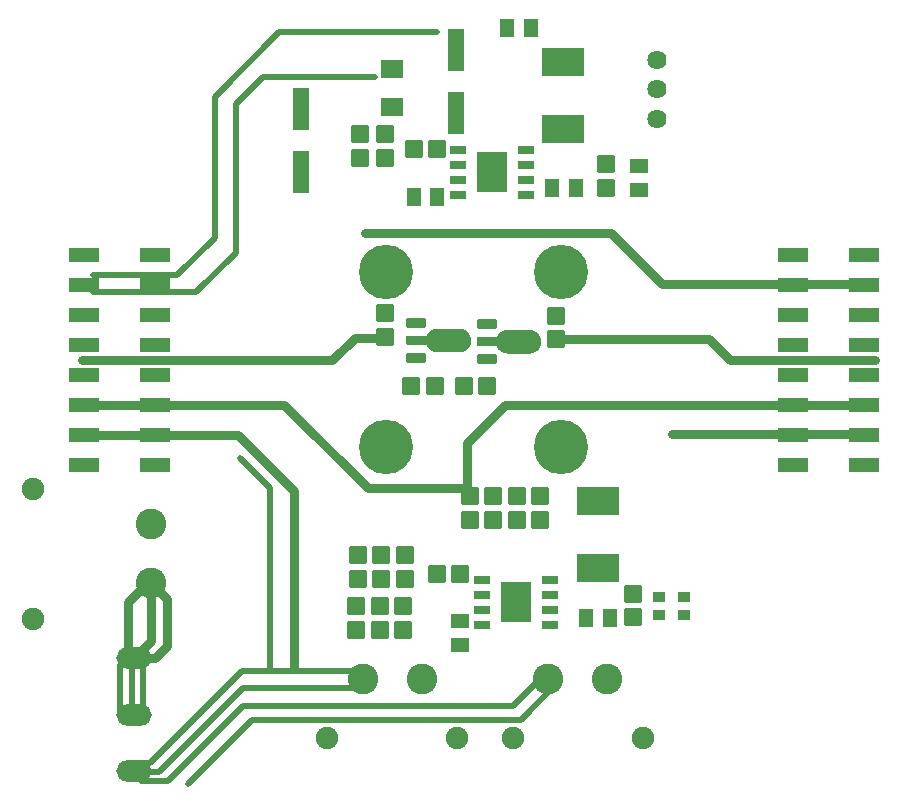
<source format=gts>
G04 Layer: TopSolderMaskLayer*
G04 EasyEDA Pro v2.1.21.9b64d12f.b3811b, 2024-07-11 20:19:00*
G04 Gerber Generator version 0.3*
G04 Scale: 100 percent, Rotated: No, Reflected: No*
G04 Dimensions in millimeters*
G04 Leading zeros omitted, absolute positions, 3 integers and 3 decimals*
%FSLAX33Y33*%
%MOMM*%
%AMRoundRect*1,1,$1,$2,$3*1,1,$1,$4,$5*1,1,$1,0-$2,0-$3*1,1,$1,0-$4,0-$5*20,1,$1,$2,$3,$4,$5,0*20,1,$1,$4,$5,0-$2,0-$3,0*20,1,$1,0-$2,0-$3,0-$4,0-$5,0*20,1,$1,0-$4,0-$5,$2,$3,0*4,1,4,$2,$3,$4,$5,0-$2,0-$3,0-$4,0-$5,$2,$3,0*%
%ADD10C,0.762*%
%ADD11C,0.508*%
%ADD12RoundRect,0.094X-0.604X-1.754X-0.604X1.754*%
%ADD13RoundRect,0.095X0.678X0.708X0.678X-0.708*%
%ADD14RoundRect,0.094X-0.57X0.692X0.57X0.692*%
%ADD15RoundRect,0.095X-0.708X0.678X0.708X0.678*%
%ADD16RoundRect,0.1079X-1.752X-1.177X-1.752X1.177*%
%ADD17RoundRect,0.098X-1.752X-1.177X-1.752X1.177*%
%ADD18RoundRect,0.095X-0.867X-0.746X-0.867X0.746*%
%ADD19RoundRect,0.094X0.604X1.754X0.604X-1.754*%
%ADD20RoundRect,0.094X0.57X-0.692X-0.57X-0.692*%
%ADD21C,1.626*%
%ADD22RoundRect,0.089X0.606X0.306X0.606X-0.306*%
%ADD23RoundRect,0.098X-1.202X-1.652X-1.202X1.652*%
%ADD24RoundRect,0.095X0.708X-0.678X-0.708X-0.678*%
%ADD25RoundRect,0.09X0.793X-0.342X-0.793X-0.342*%
%ADD26C,2.602*%
%ADD27C,1.902*%
%ADD28RoundRect,0.095X-0.678X-0.708X-0.678X0.708*%
%ADD29RoundRect,0.091X-0.437X-0.408X-0.437X0.408*%
%ADD30RoundRect,0.091X0.437X0.408X0.437X-0.408*%
%ADD31RoundRect,0.094X0.692X0.57X0.692X-0.57*%
%ADD32RoundRect,0.094X-0.692X-0.57X-0.692X0.57*%
%ADD33RoundRect,0.093X-1.254X-0.514X-1.254X0.514*%
%ADD34RoundRect,0.093X1.254X0.514X1.254X-0.514*%
%ADD35C,4.602*%
%ADD36O,3.0X1.8*%
G75*


G04 PolygonModel Start*
G54D10*
G01X47418Y-74714D02*
G01X47418Y-79608D01*
G01X45974Y-81052D01*
G01X46736Y-75057D02*
G01X45466Y-76327D01*
G01Y-81026D01*
G01X47418Y-74714D02*
G01X48768Y-76064D01*
G01Y-80010D01*
G01X47752Y-81026D01*
G01X46355D01*
G01X46228Y-81153D01*
G54D11*
G01X44831Y-81661D02*
G01X44831Y-85852D01*
G01X45847Y-81661D02*
G01X45847Y-85852D01*
G01X46736Y-81661D02*
G01X46736Y-85852D01*
G01X45720Y-89916D02*
G01X47371Y-89916D01*
G01X55118Y-82169D01*
G01X64389D01*
G01X47371Y-90678D02*
G01X48133Y-90678D01*
G01X55245Y-83566D01*
G01X64516D01*
G01X49657Y-48641D02*
G01X52832Y-45466D01*
G01Y-33528D01*
G01X58293Y-28067D01*
G01X71628D01*
G01X49657Y-48641D02*
G01X42558Y-48641D01*
G01X42558Y-50088D02*
G01X51258Y-50088D01*
G01X54610Y-46736D01*
G01Y-34163D01*
G01X56896Y-31877D01*
G01X66421D01*
G54D10*
G01X41602Y-55813D02*
G01X62796Y-55813D01*
G01X64677Y-53932D01*
G01X67232D01*
G01X81733Y-54058D02*
G01X94698Y-54058D01*
G01X96427Y-55787D01*
G01X108752D01*
G01X41769Y-59597D02*
G01X58708Y-59597D01*
G01X65786Y-66675D01*
G01X74168D01*
G01Y-62865D01*
G01X77436Y-59597D01*
G01X107769D01*
G01X91567Y-62103D02*
G01X108585Y-62103D01*
G01X41769Y-62137D02*
G01X54771Y-62137D01*
G01X59563Y-66929D01*
G01Y-81788D01*
G54D11*
G01X54991Y-64135D02*
G01X57506Y-66650D01*
G01Y-82169D01*
G54D10*
G01X65532Y-45085D02*
G01X86360Y-45085D01*
G01X90678Y-49403D01*
G01X108268D01*
G54D11*
G01X50546Y-91694D02*
G01X55987Y-86253D01*
G01X78730D01*
G01X81788Y-83194D01*
G01Y-83185D01*
G01X46609Y-91440D02*
G01X48895Y-91440D01*
G01X55235Y-85100D01*
G01X78095D01*
G01X80010Y-83185D01*
G04 PolygonModel End*

G04 Pad Start*
G54D12*
G01X60119Y-39934D03*
G01X60119Y-34594D03*
G54D13*
G01X65166Y-38690D03*
G01X65166Y-36690D03*
G01X67212Y-38690D03*
G01X67212Y-36690D03*
G54D14*
G01X71680Y-42037D03*
G01X69680Y-42037D03*
G54D15*
G01X71680Y-37973D03*
G01X69680Y-37973D03*
G54D17*
G01X82347Y-36276D03*
G01X82347Y-30576D03*
G54D18*
G01X67818Y-31173D03*
G01X67818Y-34359D03*
G54D14*
G01X83420Y-41246D03*
G01X81420Y-41246D03*
G54D19*
G01X73279Y-29588D03*
G01X73279Y-34928D03*
G54D20*
G01X77569Y-27686D03*
G01X79569Y-27686D03*
G54D21*
G01X90297Y-32893D03*
G01X90297Y-30393D03*
G01X90297Y-35393D03*
G54D22*
G01X73392Y-38025D03*
G01X73392Y-39295D03*
G01X73392Y-40565D03*
G01X73392Y-41835D03*
G01X79208Y-41835D03*
G01X79208Y-40565D03*
G01X79208Y-39295D03*
G01X79208Y-38025D03*
G54D23*
G01X76300Y-39930D03*
G54D13*
G01X67212Y-53832D03*
G01X67212Y-51832D03*
G54D15*
G01X71439Y-57999D03*
G01X69439Y-57999D03*
G54D13*
G01X81733Y-54058D03*
G01X81733Y-52058D03*
G54D24*
G01X73912Y-57999D03*
G01X75912Y-57999D03*
G54D25*
G01X75842Y-52763D03*
G01X75842Y-55763D03*
G36*
G01X77626Y-55263D02*
G01X77581Y-55262D01*
G01X77579D01*
G01X77534Y-55259D01*
G01X77532Y-55258D01*
G01X77488Y-55253D01*
G01X77486D01*
G01X77442Y-55246D01*
G01X77439Y-55245D01*
G01X77396Y-55236D01*
G01X77393Y-55235D01*
G01X77350Y-55224D01*
G01X77348Y-55223D01*
G01X77306Y-55210D01*
G01X77303Y-55209D01*
G01X77262Y-55194D01*
G01X77259Y-55193D01*
G01X77218Y-55176D01*
G01X77216Y-55175D01*
G01X77176Y-55155D01*
G01X77174Y-55154D01*
G01X77135Y-55133D01*
G01X77133Y-55132D01*
G01X77094Y-55109D01*
G01X77092Y-55108D01*
G01X77055Y-55083D01*
G01X77053Y-55082D01*
G01X77018Y-55056D01*
G01X77016Y-55054D01*
G01X76981Y-55026D01*
G01X76979Y-55025D01*
G01X76946Y-54995D01*
G01X76944Y-54994D01*
G01X76912Y-54962D01*
G01X76911Y-54961D01*
G01X76880Y-54928D01*
G01X76879Y-54926D01*
G01X76850Y-54892D01*
G01X76849Y-54891D01*
G01X76821Y-54855D01*
G01X76820Y-54853D01*
G01X76794Y-54817D01*
G01X76793Y-54815D01*
G01X76769Y-54777D01*
G01X76768Y-54775D01*
G01X76746Y-54737D01*
G01X76745Y-54734D01*
G01X76725Y-54695D01*
G01X76721Y-54683D01*
G01X76712Y-54643D01*
G01X75054D01*
G02X75004Y-54593I0J50D01*
G01Y-53933D01*
G02X75054Y-53883I50J0D01*
G01X76712D01*
G01X76721Y-53842D01*
G01X76725Y-53831D01*
G01X76745Y-53791D01*
G01X76746Y-53789D01*
G01X76768Y-53750D01*
G01X76769Y-53748D01*
G01X76793Y-53711D01*
G01X76794Y-53709D01*
G01X76820Y-53672D01*
G01X76821Y-53670D01*
G01X76849Y-53635D01*
G01X76850Y-53633D01*
G01X76879Y-53599D01*
G01X76880Y-53597D01*
G01X76911Y-53565D01*
G01X76912Y-53563D01*
G01X76944Y-53532D01*
G01X76946Y-53531D01*
G01X76979Y-53501D01*
G01X76981Y-53499D01*
G01X77016Y-53471D01*
G01X77018Y-53470D01*
G01X77053Y-53444D01*
G01X77055Y-53442D01*
G01X77092Y-53418D01*
G01X77094Y-53416D01*
G01X77133Y-53393D01*
G01X77135Y-53392D01*
G01X77174Y-53371D01*
G01X77176Y-53370D01*
G01X77216Y-53351D01*
G01X77218Y-53350D01*
G01X77259Y-53333D01*
G01X77262Y-53332D01*
G01X77303Y-53317D01*
G01X77306Y-53316D01*
G01X77348Y-53302D01*
G01X77350D01*
G01X77393Y-53290D01*
G01X77396D01*
G01X77439Y-53281D01*
G01X77442Y-53280D01*
G01X77486Y-53273D01*
G01X77488D01*
G01X77532Y-53267D01*
G01X77534D01*
G01X77579Y-53264D01*
G01X77581D01*
G01X77626Y-53263D01*
G01X77627D01*
G01X79481D01*
G01X79482D01*
G01X79527Y-53264D01*
G01X79529D01*
G01X79574Y-53267D01*
G01X79576D01*
G01X79620Y-53273D01*
G01X79622D01*
G01X79666Y-53280D01*
G01X79669Y-53281D01*
G01X79712Y-53290D01*
G01X79715D01*
G01X79758Y-53302D01*
G01X79760D01*
G01X79802Y-53316D01*
G01X79805Y-53317D01*
G01X79846Y-53332D01*
G01X79849Y-53333D01*
G01X79890Y-53350D01*
G01X79892Y-53351D01*
G01X79932Y-53370D01*
G01X79934Y-53371D01*
G01X79973Y-53392D01*
G01X79975Y-53393D01*
G01X80014Y-53416D01*
G01X80016Y-53418D01*
G01X80053Y-53442D01*
G01X80055Y-53444D01*
G01X80091Y-53470D01*
G01X80092Y-53471D01*
G01X80127Y-53499D01*
G01X80129Y-53501D01*
G01X80162Y-53531D01*
G01X80164Y-53532D01*
G01X80196Y-53563D01*
G01X80197Y-53565D01*
G01X80228Y-53597D01*
G01X80229Y-53599D01*
G01X80258Y-53633D01*
G01X80260Y-53635D01*
G01X80287Y-53670D01*
G01X80288Y-53672D01*
G01X80314Y-53709D01*
G01X80315Y-53711D01*
G01X80339Y-53748D01*
G01X80340Y-53750D01*
G01X80362Y-53789D01*
G01X80363Y-53791D01*
G01X80383Y-53831D01*
G01X80384Y-53833D01*
G01X80402Y-53874D01*
G01X80403Y-53876D01*
G01X80420Y-53917D01*
G01Y-53919D01*
G01X80435Y-53962D01*
G01Y-53964D01*
G01X80448Y-54007D01*
G01Y-54009D01*
G01X80459Y-54052D01*
G01Y-54055D01*
G01X80467Y-54098D01*
G01X80468Y-54101D01*
G01X80474Y-54145D01*
G01Y-54147D01*
G01X80479Y-54191D01*
G01Y-54194D01*
G01X80481Y-54238D01*
G01Y-54241D01*
G01Y-54285D01*
G01Y-54287D01*
G01X80479Y-54332D01*
G01Y-54334D01*
G01X80474Y-54379D01*
G01Y-54381D01*
G01X80468Y-54425D01*
G01X80467Y-54427D01*
G01X80459Y-54471D01*
G01Y-54473D01*
G01X80448Y-54517D01*
G01Y-54519D01*
G01X80435Y-54562D01*
G01Y-54564D01*
G01X80420Y-54606D01*
G01Y-54608D01*
G01X80403Y-54650D01*
G01X80402Y-54652D01*
G01X80384Y-54693D01*
G01X80383Y-54695D01*
G01X80363Y-54734D01*
G01X80362Y-54737D01*
G01X80340Y-54775D01*
G01X80339Y-54777D01*
G01X80315Y-54815D01*
G01X80314Y-54817D01*
G01X80288Y-54853D01*
G01X80287Y-54855D01*
G01X80260Y-54891D01*
G01X80258Y-54892D01*
G01X80229Y-54926D01*
G01X80228Y-54928D01*
G01X80197Y-54961D01*
G01X80196Y-54962D01*
G01X80164Y-54994D01*
G01X80162Y-54995D01*
G01X80129Y-55025D01*
G01X80127Y-55026D01*
G01X80092Y-55054D01*
G01X80091Y-55056D01*
G01X80055Y-55082D01*
G01X80053Y-55083D01*
G01X80016Y-55108D01*
G01X80014Y-55109D01*
G01X79975Y-55132D01*
G01X79973Y-55133D01*
G01X79934Y-55154D01*
G01X79932Y-55155D01*
G01X79892Y-55175D01*
G01X79890Y-55176D01*
G01X79849Y-55193D01*
G01X79846Y-55194D01*
G01X79805Y-55209D01*
G01X79802Y-55210D01*
G01X79760Y-55223D01*
G01X79758Y-55224D01*
G01X79715Y-55235D01*
G01X79712Y-55236D01*
G01X79669Y-55245D01*
G01X79666Y-55246D01*
G01X79622Y-55253D01*
G01X79620D01*
G01X79576Y-55258D01*
G01X79574Y-55259D01*
G01X79529Y-55262D01*
G01X79527D01*
G01X79482Y-55263D01*
G01X79481D01*
G01X77627D01*
G01X77626D01*
G37*
G01X69895Y-52658D03*
G01X69895Y-55658D03*
G36*
G01X71679Y-55158D02*
G01X71634Y-55157D01*
G01X71632D01*
G01X71588Y-55154D01*
G01X71585D01*
G01X71541Y-55148D01*
G01X71539D01*
G01X71495Y-55141D01*
G01X71492Y-55140D01*
G01X71449Y-55131D01*
G01X71447Y-55130D01*
G01X71403Y-55119D01*
G01X71401Y-55118D01*
G01X71359Y-55105D01*
G01X71357Y-55104D01*
G01X71315Y-55089D01*
G01X71313Y-55088D01*
G01X71271Y-55071D01*
G01X71269Y-55070D01*
G01X71229Y-55051D01*
G01X71227Y-55050D01*
G01X71188Y-55029D01*
G01X71186Y-55027D01*
G01X71148Y-55005D01*
G01X71146Y-55003D01*
G01X71108Y-54979D01*
G01X71107Y-54977D01*
G01X71071Y-54951D01*
G01X71069Y-54950D01*
G01X71034Y-54922D01*
G01X71032Y-54920D01*
G01X70999Y-54890D01*
G01X70997Y-54889D01*
G01X70965Y-54858D01*
G01X70964Y-54856D01*
G01X70933Y-54823D01*
G01X70932Y-54822D01*
G01X70903Y-54788D01*
G01X70902Y-54786D01*
G01X70874Y-54751D01*
G01X70873Y-54749D01*
G01X70848Y-54712D01*
G01X70846Y-54710D01*
G01X70823Y-54673D01*
G01X70821Y-54671D01*
G01X70799Y-54632D01*
G01X70798Y-54630D01*
G01X70778Y-54590D01*
G01X70774Y-54579D01*
G01X70765Y-54538D01*
G01X69107D01*
G02X69057Y-54488I0J50D01*
G01Y-53828D01*
G02X69107Y-53778I50J0D01*
G01X70765D01*
G01X70774Y-53738D01*
G01X70778Y-53726D01*
G01X70798Y-53686D01*
G01X70799Y-53684D01*
G01X70821Y-53646D01*
G01X70823Y-53644D01*
G01X70846Y-53606D01*
G01X70848Y-53604D01*
G01X70873Y-53568D01*
G01X70874Y-53566D01*
G01X70902Y-53530D01*
G01X70903Y-53529D01*
G01X70932Y-53495D01*
G01X70933Y-53493D01*
G01X70964Y-53460D01*
G01X70965Y-53459D01*
G01X70997Y-53427D01*
G01X70999Y-53426D01*
G01X71032Y-53396D01*
G01X71034Y-53395D01*
G01X71069Y-53367D01*
G01X71071Y-53365D01*
G01X71107Y-53339D01*
G01X71108Y-53338D01*
G01X71146Y-53313D01*
G01X71148Y-53312D01*
G01X71186Y-53289D01*
G01X71188Y-53288D01*
G01X71227Y-53267D01*
G01X71229Y-53266D01*
G01X71269Y-53246D01*
G01X71271Y-53245D01*
G01X71313Y-53228D01*
G01X71315Y-53227D01*
G01X71357Y-53212D01*
G01X71359Y-53211D01*
G01X71401Y-53198D01*
G01X71403Y-53197D01*
G01X71447Y-53186D01*
G01X71449Y-53185D01*
G01X71492Y-53176D01*
G01X71495Y-53175D01*
G01X71539Y-53168D01*
G01X71541D01*
G01X71585Y-53163D01*
G01X71588Y-53162D01*
G01X71632Y-53159D01*
G01X71634D01*
G01X71679Y-53158D01*
G01X71680D01*
G01X73534D01*
G01X73535D01*
G01X73580Y-53159D01*
G01X73582D01*
G01X73627Y-53162D01*
G01X73629Y-53163D01*
G01X73673Y-53168D01*
G01X73676D01*
G01X73720Y-53175D01*
G01X73722Y-53176D01*
G01X73765Y-53185D01*
G01X73768Y-53186D01*
G01X73811Y-53197D01*
G01X73813Y-53198D01*
G01X73855Y-53211D01*
G01X73858Y-53212D01*
G01X73899Y-53227D01*
G01X73902Y-53228D01*
G01X73943Y-53245D01*
G01X73945Y-53246D01*
G01X73985Y-53266D01*
G01X73987Y-53267D01*
G01X74026Y-53288D01*
G01X74028Y-53289D01*
G01X74067Y-53312D01*
G01X74069Y-53313D01*
G01X74106Y-53338D01*
G01X74108Y-53339D01*
G01X74144Y-53365D01*
G01X74145Y-53367D01*
G01X74180Y-53395D01*
G01X74182Y-53396D01*
G01X74215Y-53426D01*
G01X74217Y-53427D01*
G01X74249Y-53459D01*
G01X74250Y-53460D01*
G01X74281Y-53493D01*
G01X74282Y-53495D01*
G01X74311Y-53529D01*
G01X74313Y-53530D01*
G01X74340Y-53566D01*
G01X74341Y-53568D01*
G01X74367Y-53604D01*
G01X74368Y-53606D01*
G01X74392Y-53644D01*
G01X74393Y-53646D01*
G01X74415Y-53684D01*
G01X74416Y-53686D01*
G01X74436Y-53726D01*
G01X74437Y-53728D01*
G01X74455Y-53769D01*
G01X74456Y-53771D01*
G01X74473Y-53813D01*
G01Y-53815D01*
G01X74488Y-53857D01*
G01Y-53859D01*
G01X74501Y-53902D01*
G01Y-53904D01*
G01X74512Y-53948D01*
G01Y-53950D01*
G01X74521Y-53994D01*
G01Y-53996D01*
G01X74527Y-54040D01*
G01Y-54042D01*
G01X74532Y-54087D01*
G01Y-54089D01*
G01X74534Y-54134D01*
G01Y-54136D01*
G01Y-54180D01*
G01Y-54183D01*
G01X74532Y-54227D01*
G01Y-54230D01*
G01X74527Y-54274D01*
G01Y-54276D01*
G01X74521Y-54320D01*
G01Y-54323D01*
G01X74512Y-54366D01*
G01Y-54369D01*
G01X74501Y-54412D01*
G01Y-54414D01*
G01X74488Y-54457D01*
G01Y-54459D01*
G01X74473Y-54502D01*
G01Y-54504D01*
G01X74456Y-54545D01*
G01X74455Y-54547D01*
G01X74437Y-54588D01*
G01X74436Y-54590D01*
G01X74416Y-54630D01*
G01X74415Y-54632D01*
G01X74393Y-54671D01*
G01X74392Y-54673D01*
G01X74368Y-54710D01*
G01X74367Y-54712D01*
G01X74341Y-54749D01*
G01X74340Y-54751D01*
G01X74313Y-54786D01*
G01X74311Y-54788D01*
G01X74282Y-54822D01*
G01X74281Y-54823D01*
G01X74250Y-54856D01*
G01X74249Y-54858D01*
G01X74217Y-54889D01*
G01X74215Y-54890D01*
G01X74182Y-54920D01*
G01X74180Y-54922D01*
G01X74145Y-54950D01*
G01X74144Y-54951D01*
G01X74108Y-54977D01*
G01X74106Y-54979D01*
G01X74069Y-55003D01*
G01X74067Y-55005D01*
G01X74028Y-55027D01*
G01X74026Y-55029D01*
G01X73987Y-55050D01*
G01X73985Y-55051D01*
G01X73945Y-55070D01*
G01X73943Y-55071D01*
G01X73902Y-55088D01*
G01X73899Y-55089D01*
G01X73858Y-55104D01*
G01X73855Y-55105D01*
G01X73813Y-55118D01*
G01X73811Y-55119D01*
G01X73768Y-55130D01*
G01X73765Y-55131D01*
G01X73722Y-55140D01*
G01X73720Y-55141D01*
G01X73676Y-55148D01*
G01X73673D01*
G01X73629Y-55154D01*
G01X73627D01*
G01X73582Y-55157D01*
G01X73580D01*
G01X73535Y-55158D01*
G01X73534D01*
G01X71680D01*
G01X71679D01*
G37*
G54D26*
G01X47418Y-69714D03*
G01X47418Y-74714D03*
G54D27*
G01X37418Y-77714D03*
G01X37418Y-66714D03*
G54D28*
G01X64923Y-72324D03*
G01X64923Y-74324D03*
G01X66912Y-72324D03*
G01X66912Y-74324D03*
G01X68901Y-72324D03*
G01X68901Y-74324D03*
G54D13*
G01X68776Y-78642D03*
G01X68776Y-76642D03*
G01X66787Y-78642D03*
G01X66787Y-76642D03*
G01X64798Y-78642D03*
G01X64798Y-76642D03*
G54D24*
G01X71632Y-73932D03*
G01X73632Y-73932D03*
G54D20*
G01X84277Y-77657D03*
G01X86277Y-77657D03*
G54D28*
G01X74434Y-67337D03*
G01X74434Y-69337D03*
G01X80383Y-67337D03*
G01X80383Y-69337D03*
G01X76417Y-67337D03*
G01X76417Y-69337D03*
G01X78400Y-67337D03*
G01X78400Y-69337D03*
G54D29*
G01X92583Y-75857D03*
G01X92583Y-77364D03*
G54D30*
G01X90424Y-77364D03*
G01X90424Y-75857D03*
G54D22*
G01X75418Y-74402D03*
G01X75418Y-75672D03*
G01X75418Y-76942D03*
G01X75418Y-78212D03*
G01X81234Y-78212D03*
G01X81234Y-76942D03*
G01X81234Y-75672D03*
G01X81234Y-74402D03*
G54D23*
G01X78326Y-76307D03*
G54D17*
G01X85277Y-73462D03*
G01X85277Y-67762D03*
G54D31*
G01X88773Y-41386D03*
G01X88773Y-39386D03*
G54D27*
G01X62369Y-87844D03*
G01X73369Y-87844D03*
G54D26*
G01X70369Y-82844D03*
G01X65369Y-82844D03*
G54D27*
G01X78066Y-87844D03*
G01X89066Y-87844D03*
G54D26*
G01X86066Y-82844D03*
G01X81066Y-82844D03*
G54D32*
G01X73595Y-77907D03*
G01X73595Y-79907D03*
G54D33*
G01X41769Y-57057D03*
G01X47769Y-57057D03*
G01X41769Y-59597D03*
G01X47769Y-59597D03*
G01X41769Y-62137D03*
G01X47769Y-62137D03*
G01X41769Y-64677D03*
G01X47769Y-64677D03*
G01X47769Y-54517D03*
G01X41769Y-54517D03*
G01X47769Y-51977D03*
G01X41769Y-51977D03*
G01X47769Y-49437D03*
G01X41769Y-49437D03*
G01X47769Y-46897D03*
G01X41769Y-46897D03*
G54D34*
G01X107769Y-54517D03*
G01X101769Y-54517D03*
G01X107769Y-51977D03*
G01X101769Y-51977D03*
G01X107769Y-49437D03*
G01X101769Y-49437D03*
G01X107769Y-46897D03*
G01X101769Y-46897D03*
G01X101769Y-57057D03*
G01X107769Y-57057D03*
G01X101769Y-59597D03*
G01X107769Y-59597D03*
G01X101769Y-62137D03*
G01X107769Y-62137D03*
G01X101769Y-64677D03*
G01X107769Y-64677D03*
G54D35*
G01X82169Y-63187D03*
G01X67369Y-63187D03*
G01X67369Y-48387D03*
G01X82169Y-48387D03*
G54D28*
G01X85917Y-39253D03*
G01X85917Y-41253D03*
G01X88266Y-75610D03*
G01X88266Y-77610D03*
G54D36*
G01X45974Y-81052D03*
G01X45974Y-85852D03*
G01X45974Y-90652D03*
G04 Pad End*

M02*

</source>
